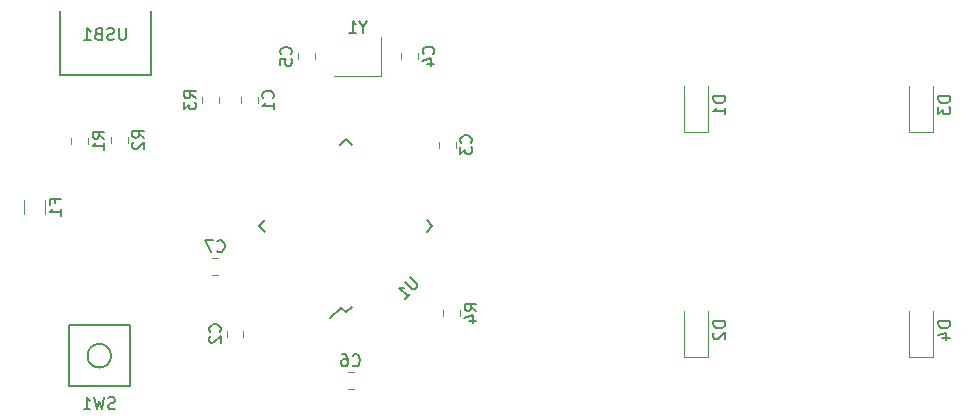
<source format=gbr>
G04 #@! TF.GenerationSoftware,KiCad,Pcbnew,(5.1.4)-1*
G04 #@! TF.CreationDate,2023-01-01T20:42:33-03:00*
G04 #@! TF.ProjectId,osukeypad-pcb,6f73756b-6579-4706-9164-2d7063622e6b,rev?*
G04 #@! TF.SameCoordinates,Original*
G04 #@! TF.FileFunction,Legend,Bot*
G04 #@! TF.FilePolarity,Positive*
%FSLAX46Y46*%
G04 Gerber Fmt 4.6, Leading zero omitted, Abs format (unit mm)*
G04 Created by KiCad (PCBNEW (5.1.4)-1) date 2023-01-01 20:42:33*
%MOMM*%
%LPD*%
G04 APERTURE LIST*
%ADD10C,0.120000*%
%ADD11C,0.150000*%
G04 APERTURE END LIST*
D10*
X63257500Y-80942922D02*
X63257500Y-81460078D01*
X61837500Y-80942922D02*
X61837500Y-81460078D01*
X74941000Y-59347000D02*
X70941000Y-59347000D01*
X74941000Y-56047000D02*
X74941000Y-59347000D01*
D11*
X47712000Y-53848000D02*
X47712000Y-59298000D01*
X55412000Y-53848000D02*
X55412000Y-59298000D01*
X47712000Y-59298000D02*
X55412000Y-59298000D01*
X71538914Y-78984469D02*
X70637352Y-79886030D01*
X79264055Y-72072500D02*
X78786758Y-72549797D01*
X71945500Y-64753945D02*
X71468203Y-65231242D01*
X64626945Y-72072500D02*
X65104242Y-71595203D01*
X71945500Y-79391055D02*
X72422797Y-78913758D01*
X64626945Y-72072500D02*
X65104242Y-72549797D01*
X71945500Y-64753945D02*
X72422797Y-65231242D01*
X79264055Y-72072500D02*
X78786758Y-71595203D01*
X71945500Y-79391055D02*
X71538914Y-78984469D01*
X53665500Y-80466500D02*
X48465500Y-80466500D01*
X48465500Y-80466500D02*
X48465500Y-85666500D01*
X48465500Y-85666500D02*
X53665500Y-85666500D01*
X53665500Y-85666500D02*
X53665500Y-80466500D01*
X52065500Y-83066500D02*
G75*
G03X52065500Y-83066500I-1000000J0D01*
G01*
D10*
X80189000Y-79682078D02*
X80189000Y-79164922D01*
X81609000Y-79682078D02*
X81609000Y-79164922D01*
X61162000Y-61160922D02*
X61162000Y-61678078D01*
X59742000Y-61160922D02*
X59742000Y-61678078D01*
X52058500Y-65043578D02*
X52058500Y-64526422D01*
X53478500Y-65043578D02*
X53478500Y-64526422D01*
X48693000Y-65107078D02*
X48693000Y-64589922D01*
X50113000Y-65107078D02*
X50113000Y-64589922D01*
X44683000Y-71090064D02*
X44683000Y-69885936D01*
X46503000Y-71090064D02*
X46503000Y-69885936D01*
X121650000Y-83148000D02*
X121650000Y-79248000D01*
X119650000Y-83148000D02*
X119650000Y-79248000D01*
X121650000Y-83148000D02*
X119650000Y-83148000D01*
X121650000Y-64098000D02*
X121650000Y-60198000D01*
X119650000Y-64098000D02*
X119650000Y-60198000D01*
X121650000Y-64098000D02*
X119650000Y-64098000D01*
X102600000Y-83150000D02*
X102600000Y-79250000D01*
X100600000Y-83150000D02*
X100600000Y-79250000D01*
X102600000Y-83150000D02*
X100600000Y-83150000D01*
X102600000Y-64100000D02*
X102600000Y-60200000D01*
X100600000Y-64100000D02*
X100600000Y-60200000D01*
X102600000Y-64100000D02*
X100600000Y-64100000D01*
X61144678Y-76198800D02*
X60627522Y-76198800D01*
X61144678Y-74778800D02*
X60627522Y-74778800D01*
X72600078Y-85863500D02*
X72082922Y-85863500D01*
X72600078Y-84443500D02*
X72082922Y-84443500D01*
X69290000Y-57447922D02*
X69290000Y-57965078D01*
X67870000Y-57447922D02*
X67870000Y-57965078D01*
X76633000Y-57931578D02*
X76633000Y-57414422D01*
X78053000Y-57931578D02*
X78053000Y-57414422D01*
X79808000Y-65458078D02*
X79808000Y-64940922D01*
X81228000Y-65458078D02*
X81228000Y-64940922D01*
X63044000Y-61678078D02*
X63044000Y-61160922D01*
X64464000Y-61678078D02*
X64464000Y-61160922D01*
D11*
X61254642Y-81034833D02*
X61302261Y-80987214D01*
X61349880Y-80844357D01*
X61349880Y-80749119D01*
X61302261Y-80606261D01*
X61207023Y-80511023D01*
X61111785Y-80463404D01*
X60921309Y-80415785D01*
X60778452Y-80415785D01*
X60587976Y-80463404D01*
X60492738Y-80511023D01*
X60397500Y-80606261D01*
X60349880Y-80749119D01*
X60349880Y-80844357D01*
X60397500Y-80987214D01*
X60445119Y-81034833D01*
X60445119Y-81415785D02*
X60397500Y-81463404D01*
X60349880Y-81558642D01*
X60349880Y-81796738D01*
X60397500Y-81891976D01*
X60445119Y-81939595D01*
X60540357Y-81987214D01*
X60635595Y-81987214D01*
X60778452Y-81939595D01*
X61349880Y-81368166D01*
X61349880Y-81987214D01*
X73417190Y-55223190D02*
X73417190Y-55699380D01*
X73750523Y-54699380D02*
X73417190Y-55223190D01*
X73083857Y-54699380D01*
X72226714Y-55699380D02*
X72798142Y-55699380D01*
X72512428Y-55699380D02*
X72512428Y-54699380D01*
X72607666Y-54842238D01*
X72702904Y-54937476D01*
X72798142Y-54985095D01*
X53300095Y-55332380D02*
X53300095Y-56141904D01*
X53252476Y-56237142D01*
X53204857Y-56284761D01*
X53109619Y-56332380D01*
X52919142Y-56332380D01*
X52823904Y-56284761D01*
X52776285Y-56237142D01*
X52728666Y-56141904D01*
X52728666Y-55332380D01*
X52300095Y-56284761D02*
X52157238Y-56332380D01*
X51919142Y-56332380D01*
X51823904Y-56284761D01*
X51776285Y-56237142D01*
X51728666Y-56141904D01*
X51728666Y-56046666D01*
X51776285Y-55951428D01*
X51823904Y-55903809D01*
X51919142Y-55856190D01*
X52109619Y-55808571D01*
X52204857Y-55760952D01*
X52252476Y-55713333D01*
X52300095Y-55618095D01*
X52300095Y-55522857D01*
X52252476Y-55427619D01*
X52204857Y-55380000D01*
X52109619Y-55332380D01*
X51871523Y-55332380D01*
X51728666Y-55380000D01*
X50966761Y-55808571D02*
X50823904Y-55856190D01*
X50776285Y-55903809D01*
X50728666Y-55999047D01*
X50728666Y-56141904D01*
X50776285Y-56237142D01*
X50823904Y-56284761D01*
X50919142Y-56332380D01*
X51300095Y-56332380D01*
X51300095Y-55332380D01*
X50966761Y-55332380D01*
X50871523Y-55380000D01*
X50823904Y-55427619D01*
X50776285Y-55522857D01*
X50776285Y-55618095D01*
X50823904Y-55713333D01*
X50871523Y-55760952D01*
X50966761Y-55808571D01*
X51300095Y-55808571D01*
X49776285Y-56332380D02*
X50347714Y-56332380D01*
X50062000Y-56332380D02*
X50062000Y-55332380D01*
X50157238Y-55475238D01*
X50252476Y-55570476D01*
X50347714Y-55618095D01*
X77364968Y-76414472D02*
X77937388Y-76986892D01*
X77971060Y-77087907D01*
X77971060Y-77155251D01*
X77937388Y-77256266D01*
X77802701Y-77390953D01*
X77701686Y-77424625D01*
X77634342Y-77424625D01*
X77533327Y-77390953D01*
X76960907Y-76818533D01*
X76960907Y-78232747D02*
X77364968Y-77828686D01*
X77162938Y-78030716D02*
X76455831Y-77323610D01*
X76624190Y-77357281D01*
X76758877Y-77357281D01*
X76859892Y-77323610D01*
X52398833Y-87535261D02*
X52255976Y-87582880D01*
X52017880Y-87582880D01*
X51922642Y-87535261D01*
X51875023Y-87487642D01*
X51827404Y-87392404D01*
X51827404Y-87297166D01*
X51875023Y-87201928D01*
X51922642Y-87154309D01*
X52017880Y-87106690D01*
X52208357Y-87059071D01*
X52303595Y-87011452D01*
X52351214Y-86963833D01*
X52398833Y-86868595D01*
X52398833Y-86773357D01*
X52351214Y-86678119D01*
X52303595Y-86630500D01*
X52208357Y-86582880D01*
X51970261Y-86582880D01*
X51827404Y-86630500D01*
X51494071Y-86582880D02*
X51255976Y-87582880D01*
X51065500Y-86868595D01*
X50875023Y-87582880D01*
X50636928Y-86582880D01*
X49732166Y-87582880D02*
X50303595Y-87582880D01*
X50017880Y-87582880D02*
X50017880Y-86582880D01*
X50113119Y-86725738D01*
X50208357Y-86820976D01*
X50303595Y-86868595D01*
X83001380Y-79256833D02*
X82525190Y-78923500D01*
X83001380Y-78685404D02*
X82001380Y-78685404D01*
X82001380Y-79066357D01*
X82049000Y-79161595D01*
X82096619Y-79209214D01*
X82191857Y-79256833D01*
X82334714Y-79256833D01*
X82429952Y-79209214D01*
X82477571Y-79161595D01*
X82525190Y-79066357D01*
X82525190Y-78685404D01*
X82334714Y-80113976D02*
X83001380Y-80113976D01*
X81953761Y-79875880D02*
X82668047Y-79637785D01*
X82668047Y-80256833D01*
X59254380Y-61252833D02*
X58778190Y-60919500D01*
X59254380Y-60681404D02*
X58254380Y-60681404D01*
X58254380Y-61062357D01*
X58302000Y-61157595D01*
X58349619Y-61205214D01*
X58444857Y-61252833D01*
X58587714Y-61252833D01*
X58682952Y-61205214D01*
X58730571Y-61157595D01*
X58778190Y-61062357D01*
X58778190Y-60681404D01*
X58254380Y-61586166D02*
X58254380Y-62205214D01*
X58635333Y-61871880D01*
X58635333Y-62014738D01*
X58682952Y-62109976D01*
X58730571Y-62157595D01*
X58825809Y-62205214D01*
X59063904Y-62205214D01*
X59159142Y-62157595D01*
X59206761Y-62109976D01*
X59254380Y-62014738D01*
X59254380Y-61729023D01*
X59206761Y-61633785D01*
X59159142Y-61586166D01*
X54870880Y-64618333D02*
X54394690Y-64285000D01*
X54870880Y-64046904D02*
X53870880Y-64046904D01*
X53870880Y-64427857D01*
X53918500Y-64523095D01*
X53966119Y-64570714D01*
X54061357Y-64618333D01*
X54204214Y-64618333D01*
X54299452Y-64570714D01*
X54347071Y-64523095D01*
X54394690Y-64427857D01*
X54394690Y-64046904D01*
X53966119Y-64999285D02*
X53918500Y-65046904D01*
X53870880Y-65142142D01*
X53870880Y-65380238D01*
X53918500Y-65475476D01*
X53966119Y-65523095D01*
X54061357Y-65570714D01*
X54156595Y-65570714D01*
X54299452Y-65523095D01*
X54870880Y-64951666D01*
X54870880Y-65570714D01*
X51505380Y-64681833D02*
X51029190Y-64348500D01*
X51505380Y-64110404D02*
X50505380Y-64110404D01*
X50505380Y-64491357D01*
X50553000Y-64586595D01*
X50600619Y-64634214D01*
X50695857Y-64681833D01*
X50838714Y-64681833D01*
X50933952Y-64634214D01*
X50981571Y-64586595D01*
X51029190Y-64491357D01*
X51029190Y-64110404D01*
X51505380Y-65634214D02*
X51505380Y-65062785D01*
X51505380Y-65348500D02*
X50505380Y-65348500D01*
X50648238Y-65253261D01*
X50743476Y-65158023D01*
X50791095Y-65062785D01*
X47341571Y-70154666D02*
X47341571Y-69821333D01*
X47865380Y-69821333D02*
X46865380Y-69821333D01*
X46865380Y-70297523D01*
X47865380Y-71202285D02*
X47865380Y-70630857D01*
X47865380Y-70916571D02*
X46865380Y-70916571D01*
X47008238Y-70821333D01*
X47103476Y-70726095D01*
X47151095Y-70630857D01*
X123102380Y-80159904D02*
X122102380Y-80159904D01*
X122102380Y-80398000D01*
X122150000Y-80540857D01*
X122245238Y-80636095D01*
X122340476Y-80683714D01*
X122530952Y-80731333D01*
X122673809Y-80731333D01*
X122864285Y-80683714D01*
X122959523Y-80636095D01*
X123054761Y-80540857D01*
X123102380Y-80398000D01*
X123102380Y-80159904D01*
X122435714Y-81588476D02*
X123102380Y-81588476D01*
X122054761Y-81350380D02*
X122769047Y-81112285D01*
X122769047Y-81731333D01*
X123102380Y-61109904D02*
X122102380Y-61109904D01*
X122102380Y-61348000D01*
X122150000Y-61490857D01*
X122245238Y-61586095D01*
X122340476Y-61633714D01*
X122530952Y-61681333D01*
X122673809Y-61681333D01*
X122864285Y-61633714D01*
X122959523Y-61586095D01*
X123054761Y-61490857D01*
X123102380Y-61348000D01*
X123102380Y-61109904D01*
X122102380Y-62014666D02*
X122102380Y-62633714D01*
X122483333Y-62300380D01*
X122483333Y-62443238D01*
X122530952Y-62538476D01*
X122578571Y-62586095D01*
X122673809Y-62633714D01*
X122911904Y-62633714D01*
X123007142Y-62586095D01*
X123054761Y-62538476D01*
X123102380Y-62443238D01*
X123102380Y-62157523D01*
X123054761Y-62062285D01*
X123007142Y-62014666D01*
X104052380Y-80161904D02*
X103052380Y-80161904D01*
X103052380Y-80400000D01*
X103100000Y-80542857D01*
X103195238Y-80638095D01*
X103290476Y-80685714D01*
X103480952Y-80733333D01*
X103623809Y-80733333D01*
X103814285Y-80685714D01*
X103909523Y-80638095D01*
X104004761Y-80542857D01*
X104052380Y-80400000D01*
X104052380Y-80161904D01*
X103147619Y-81114285D02*
X103100000Y-81161904D01*
X103052380Y-81257142D01*
X103052380Y-81495238D01*
X103100000Y-81590476D01*
X103147619Y-81638095D01*
X103242857Y-81685714D01*
X103338095Y-81685714D01*
X103480952Y-81638095D01*
X104052380Y-81066666D01*
X104052380Y-81685714D01*
X104052380Y-61111904D02*
X103052380Y-61111904D01*
X103052380Y-61350000D01*
X103100000Y-61492857D01*
X103195238Y-61588095D01*
X103290476Y-61635714D01*
X103480952Y-61683333D01*
X103623809Y-61683333D01*
X103814285Y-61635714D01*
X103909523Y-61588095D01*
X104004761Y-61492857D01*
X104052380Y-61350000D01*
X104052380Y-61111904D01*
X104052380Y-62635714D02*
X104052380Y-62064285D01*
X104052380Y-62350000D02*
X103052380Y-62350000D01*
X103195238Y-62254761D01*
X103290476Y-62159523D01*
X103338095Y-62064285D01*
X61052766Y-74195942D02*
X61100385Y-74243561D01*
X61243242Y-74291180D01*
X61338480Y-74291180D01*
X61481338Y-74243561D01*
X61576576Y-74148323D01*
X61624195Y-74053085D01*
X61671814Y-73862609D01*
X61671814Y-73719752D01*
X61624195Y-73529276D01*
X61576576Y-73434038D01*
X61481338Y-73338800D01*
X61338480Y-73291180D01*
X61243242Y-73291180D01*
X61100385Y-73338800D01*
X61052766Y-73386419D01*
X60719433Y-73291180D02*
X60052766Y-73291180D01*
X60481338Y-74291180D01*
X72508166Y-83860642D02*
X72555785Y-83908261D01*
X72698642Y-83955880D01*
X72793880Y-83955880D01*
X72936738Y-83908261D01*
X73031976Y-83813023D01*
X73079595Y-83717785D01*
X73127214Y-83527309D01*
X73127214Y-83384452D01*
X73079595Y-83193976D01*
X73031976Y-83098738D01*
X72936738Y-83003500D01*
X72793880Y-82955880D01*
X72698642Y-82955880D01*
X72555785Y-83003500D01*
X72508166Y-83051119D01*
X71651023Y-82955880D02*
X71841500Y-82955880D01*
X71936738Y-83003500D01*
X71984357Y-83051119D01*
X72079595Y-83193976D01*
X72127214Y-83384452D01*
X72127214Y-83765404D01*
X72079595Y-83860642D01*
X72031976Y-83908261D01*
X71936738Y-83955880D01*
X71746261Y-83955880D01*
X71651023Y-83908261D01*
X71603404Y-83860642D01*
X71555785Y-83765404D01*
X71555785Y-83527309D01*
X71603404Y-83432071D01*
X71651023Y-83384452D01*
X71746261Y-83336833D01*
X71936738Y-83336833D01*
X72031976Y-83384452D01*
X72079595Y-83432071D01*
X72127214Y-83527309D01*
X67287142Y-57539833D02*
X67334761Y-57492214D01*
X67382380Y-57349357D01*
X67382380Y-57254119D01*
X67334761Y-57111261D01*
X67239523Y-57016023D01*
X67144285Y-56968404D01*
X66953809Y-56920785D01*
X66810952Y-56920785D01*
X66620476Y-56968404D01*
X66525238Y-57016023D01*
X66430000Y-57111261D01*
X66382380Y-57254119D01*
X66382380Y-57349357D01*
X66430000Y-57492214D01*
X66477619Y-57539833D01*
X66382380Y-58444595D02*
X66382380Y-57968404D01*
X66858571Y-57920785D01*
X66810952Y-57968404D01*
X66763333Y-58063642D01*
X66763333Y-58301738D01*
X66810952Y-58396976D01*
X66858571Y-58444595D01*
X66953809Y-58492214D01*
X67191904Y-58492214D01*
X67287142Y-58444595D01*
X67334761Y-58396976D01*
X67382380Y-58301738D01*
X67382380Y-58063642D01*
X67334761Y-57968404D01*
X67287142Y-57920785D01*
X79350142Y-57506333D02*
X79397761Y-57458714D01*
X79445380Y-57315857D01*
X79445380Y-57220619D01*
X79397761Y-57077761D01*
X79302523Y-56982523D01*
X79207285Y-56934904D01*
X79016809Y-56887285D01*
X78873952Y-56887285D01*
X78683476Y-56934904D01*
X78588238Y-56982523D01*
X78493000Y-57077761D01*
X78445380Y-57220619D01*
X78445380Y-57315857D01*
X78493000Y-57458714D01*
X78540619Y-57506333D01*
X78778714Y-58363476D02*
X79445380Y-58363476D01*
X78397761Y-58125380D02*
X79112047Y-57887285D01*
X79112047Y-58506333D01*
X82525142Y-65032833D02*
X82572761Y-64985214D01*
X82620380Y-64842357D01*
X82620380Y-64747119D01*
X82572761Y-64604261D01*
X82477523Y-64509023D01*
X82382285Y-64461404D01*
X82191809Y-64413785D01*
X82048952Y-64413785D01*
X81858476Y-64461404D01*
X81763238Y-64509023D01*
X81668000Y-64604261D01*
X81620380Y-64747119D01*
X81620380Y-64842357D01*
X81668000Y-64985214D01*
X81715619Y-65032833D01*
X81620380Y-65366166D02*
X81620380Y-65985214D01*
X82001333Y-65651880D01*
X82001333Y-65794738D01*
X82048952Y-65889976D01*
X82096571Y-65937595D01*
X82191809Y-65985214D01*
X82429904Y-65985214D01*
X82525142Y-65937595D01*
X82572761Y-65889976D01*
X82620380Y-65794738D01*
X82620380Y-65509023D01*
X82572761Y-65413785D01*
X82525142Y-65366166D01*
X65761142Y-61252833D02*
X65808761Y-61205214D01*
X65856380Y-61062357D01*
X65856380Y-60967119D01*
X65808761Y-60824261D01*
X65713523Y-60729023D01*
X65618285Y-60681404D01*
X65427809Y-60633785D01*
X65284952Y-60633785D01*
X65094476Y-60681404D01*
X64999238Y-60729023D01*
X64904000Y-60824261D01*
X64856380Y-60967119D01*
X64856380Y-61062357D01*
X64904000Y-61205214D01*
X64951619Y-61252833D01*
X65856380Y-62205214D02*
X65856380Y-61633785D01*
X65856380Y-61919500D02*
X64856380Y-61919500D01*
X64999238Y-61824261D01*
X65094476Y-61729023D01*
X65142095Y-61633785D01*
M02*

</source>
